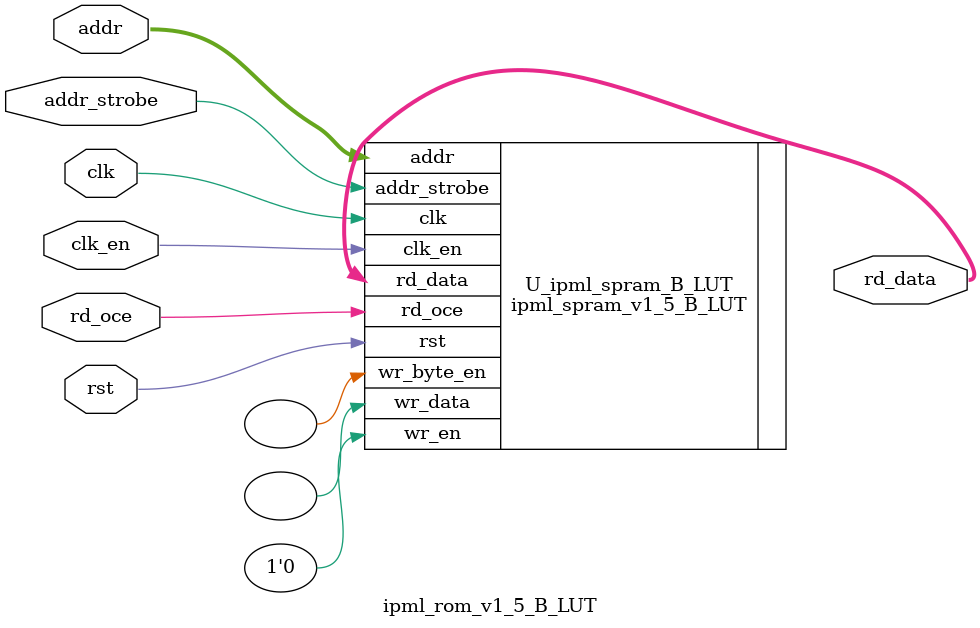
<source format=v>



module ipml_rom_v1_5_B_LUT
 #(
    parameter  c_SIM_DEVICE     = "LOGOS"      ,
    parameter  c_ADDR_WIDTH     = 10           ,           //write address width  legal value:1~20 
    parameter  c_DATA_WIDTH     = 32           ,           //write data width     legal value:8~1152
    parameter  c_OUTPUT_REG     = 0            ,           //output register      legal value:1~20
    parameter  c_RD_OCE_EN      = 0            ,
    parameter  c_CLK_EN         = 0            ,
    parameter  c_ADDR_STROBE_EN = 0            ,
    parameter  c_RESET_TYPE     = "ASYNC_RESET",           //ASYNC_RESET_SYNC_RELEASE SYNC_RESET legal valve "ASYNC_RESET_SYNC_RELEASE" "SYNC_RESET" "ASYNC_RESET"
    parameter  c_POWER_OPT      = 0            ,           //0 :normal mode  1:low power mode legal value:0 or 1
    parameter  c_CLK_OR_POL_INV = 0            ,           //clk polarity invert for output register   legal value 1 or 0           
    parameter  c_INIT_FILE      = "NONE"       ,           //legal value:"NONE" or "initial file name"
    parameter  c_INIT_FORMAT    = "BIN"                   //initial data format   legal valve: "bin" or "hex"
    
 )
  (
   
    input  wire [c_ADDR_WIDTH-1 : 0]  addr        ,
    output wire [c_DATA_WIDTH-1 : 0]  rd_data     ,
    input  wire                       clk         ,
    input  wire                       clk_en      ,
    input  wire                       addr_strobe ,
    input  wire                       rst         ,
    input  wire                       rd_oce       
  );

//**********************************************************************************************************************************************   
    
//main code
//*************************************************************************************************************************************
//inner variables

ipml_spram_v1_5_B_LUT
 #(
    .c_SIM_DEVICE     (c_SIM_DEVICE),
    .c_ADDR_WIDTH     (c_ADDR_WIDTH),           //write address width  legal value:1~20                              
    .c_DATA_WIDTH     (c_DATA_WIDTH),           //write data width     legal value:8~1152                            
    .c_OUTPUT_REG     (c_OUTPUT_REG),           //output register      legal value:1~20                              
    .c_RD_OCE_EN      (c_RD_OCE_EN),
    .c_ADDR_STROBE_EN (c_ADDR_STROBE_EN),
    .c_CLK_EN         (c_CLK_EN),
    .c_RESET_TYPE     (c_RESET_TYPE),           //legal valve "ASYNC_RESET_SYNC_RELEASE" "SYNC_RESET" "ASYNC_RESET"  
    .c_POWER_OPT      (c_POWER_OPT),            //0 :normal mode  1:low power mode legal value:0 or 1                 
    .c_CLK_OR_POL_INV (c_CLK_OR_POL_INV),       //clk polarity invert for output register legal value 1 or 0         
    .c_INIT_FILE      (c_INIT_FILE),            //legal value:"NONE" or "initial file name"                          
    .c_INIT_FORMAT    (c_INIT_FORMAT),          //initial data format   legal valve: "bin" or "hex"                  
    .c_WR_BYTE_EN     (0),                      //byte write enable    legal value: 0 or 1                            
    .c_BE_WIDTH       (1),                      //byte width legal value: 1~128
    .c_RAM_MODE       ("ROM"),
    .c_WRITE_MODE     ("NORMAL_WRITE")          //global reset enable  legal value 0 or 1                            
 )  U_ipml_spram_B_LUT                       //"NORMAL_WRITE"; // TRANSPARENT_WRITE READ_BEFORE_WRITE             
  (
   
    .addr        (addr),
    .wr_data     (),
    .rd_data     (rd_data),
    .wr_en       (1'b0),
    .clk         (clk),
    .clk_en      (clk_en),
    .addr_strobe (addr_strobe),
    .rst         (rst),
    .wr_byte_en  (),
    .rd_oce      (rd_oce) 
  );
 

endmodule


</source>
